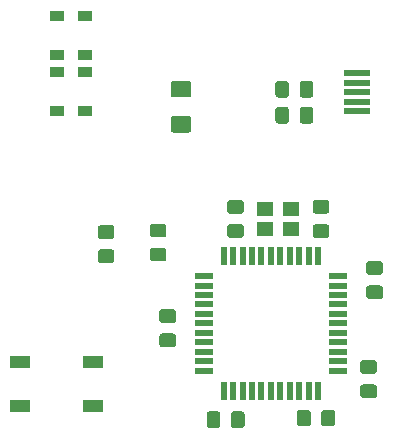
<source format=gbr>
G04 #@! TF.GenerationSoftware,KiCad,Pcbnew,5.1.5*
G04 #@! TF.CreationDate,2020-01-27T21:51:43-06:00*
G04 #@! TF.ProjectId,pcbtut,70636274-7574-42e6-9b69-6361645f7063,rev?*
G04 #@! TF.SameCoordinates,Original*
G04 #@! TF.FileFunction,Paste,Bot*
G04 #@! TF.FilePolarity,Positive*
%FSLAX46Y46*%
G04 Gerber Fmt 4.6, Leading zero omitted, Abs format (unit mm)*
G04 Created by KiCad (PCBNEW 5.1.5) date 2020-01-27 21:51:43*
%MOMM*%
%LPD*%
G04 APERTURE LIST*
%ADD10R,1.400000X1.200000*%
%ADD11R,2.250000X0.500000*%
%ADD12R,0.550000X1.500000*%
%ADD13R,1.500000X0.550000*%
%ADD14R,1.800000X1.100000*%
%ADD15C,0.100000*%
%ADD16R,1.200000X0.900000*%
G04 APERTURE END LIST*
D10*
X178626000Y-129745000D03*
X176426000Y-129745000D03*
X176426000Y-131445000D03*
X178626000Y-131445000D03*
D11*
X184150000Y-118256000D03*
X184150000Y-119056000D03*
X184150000Y-119856000D03*
X184150000Y-120656000D03*
X184150000Y-121456000D03*
D12*
X172894000Y-145114000D03*
X173694000Y-145114000D03*
X174494000Y-145114000D03*
X175294000Y-145114000D03*
X176094000Y-145114000D03*
X176894000Y-145114000D03*
X177694000Y-145114000D03*
X178494000Y-145114000D03*
X179294000Y-145114000D03*
X180094000Y-145114000D03*
X180894000Y-145114000D03*
D13*
X182594000Y-143414000D03*
X182594000Y-142614000D03*
X182594000Y-141814000D03*
X182594000Y-141014000D03*
X182594000Y-140214000D03*
X182594000Y-139414000D03*
X182594000Y-138614000D03*
X182594000Y-137814000D03*
X182594000Y-137014000D03*
X182594000Y-136214000D03*
X182594000Y-135414000D03*
D12*
X180894000Y-133714000D03*
X180094000Y-133714000D03*
X179294000Y-133714000D03*
X178494000Y-133714000D03*
X177694000Y-133714000D03*
X176894000Y-133714000D03*
X176094000Y-133714000D03*
X175294000Y-133714000D03*
X174494000Y-133714000D03*
X173694000Y-133714000D03*
X172894000Y-133714000D03*
D13*
X171194000Y-135414000D03*
X171194000Y-136214000D03*
X171194000Y-137014000D03*
X171194000Y-137814000D03*
X171194000Y-138614000D03*
X171194000Y-139414000D03*
X171194000Y-140214000D03*
X171194000Y-141014000D03*
X171194000Y-141814000D03*
X171194000Y-142614000D03*
X171194000Y-143414000D03*
D14*
X161850000Y-142676000D03*
X155650000Y-146376000D03*
X161850000Y-146376000D03*
X155650000Y-142676000D03*
D15*
G36*
X185640505Y-142537204D02*
G01*
X185664773Y-142540804D01*
X185688572Y-142546765D01*
X185711671Y-142555030D01*
X185733850Y-142565520D01*
X185754893Y-142578132D01*
X185774599Y-142592747D01*
X185792777Y-142609223D01*
X185809253Y-142627401D01*
X185823868Y-142647107D01*
X185836480Y-142668150D01*
X185846970Y-142690329D01*
X185855235Y-142713428D01*
X185861196Y-142737227D01*
X185864796Y-142761495D01*
X185866000Y-142785999D01*
X185866000Y-143436001D01*
X185864796Y-143460505D01*
X185861196Y-143484773D01*
X185855235Y-143508572D01*
X185846970Y-143531671D01*
X185836480Y-143553850D01*
X185823868Y-143574893D01*
X185809253Y-143594599D01*
X185792777Y-143612777D01*
X185774599Y-143629253D01*
X185754893Y-143643868D01*
X185733850Y-143656480D01*
X185711671Y-143666970D01*
X185688572Y-143675235D01*
X185664773Y-143681196D01*
X185640505Y-143684796D01*
X185616001Y-143686000D01*
X184715999Y-143686000D01*
X184691495Y-143684796D01*
X184667227Y-143681196D01*
X184643428Y-143675235D01*
X184620329Y-143666970D01*
X184598150Y-143656480D01*
X184577107Y-143643868D01*
X184557401Y-143629253D01*
X184539223Y-143612777D01*
X184522747Y-143594599D01*
X184508132Y-143574893D01*
X184495520Y-143553850D01*
X184485030Y-143531671D01*
X184476765Y-143508572D01*
X184470804Y-143484773D01*
X184467204Y-143460505D01*
X184466000Y-143436001D01*
X184466000Y-142785999D01*
X184467204Y-142761495D01*
X184470804Y-142737227D01*
X184476765Y-142713428D01*
X184485030Y-142690329D01*
X184495520Y-142668150D01*
X184508132Y-142647107D01*
X184522747Y-142627401D01*
X184539223Y-142609223D01*
X184557401Y-142592747D01*
X184577107Y-142578132D01*
X184598150Y-142565520D01*
X184620329Y-142555030D01*
X184643428Y-142546765D01*
X184667227Y-142540804D01*
X184691495Y-142537204D01*
X184715999Y-142536000D01*
X185616001Y-142536000D01*
X185640505Y-142537204D01*
G37*
G36*
X185640505Y-144587204D02*
G01*
X185664773Y-144590804D01*
X185688572Y-144596765D01*
X185711671Y-144605030D01*
X185733850Y-144615520D01*
X185754893Y-144628132D01*
X185774599Y-144642747D01*
X185792777Y-144659223D01*
X185809253Y-144677401D01*
X185823868Y-144697107D01*
X185836480Y-144718150D01*
X185846970Y-144740329D01*
X185855235Y-144763428D01*
X185861196Y-144787227D01*
X185864796Y-144811495D01*
X185866000Y-144835999D01*
X185866000Y-145486001D01*
X185864796Y-145510505D01*
X185861196Y-145534773D01*
X185855235Y-145558572D01*
X185846970Y-145581671D01*
X185836480Y-145603850D01*
X185823868Y-145624893D01*
X185809253Y-145644599D01*
X185792777Y-145662777D01*
X185774599Y-145679253D01*
X185754893Y-145693868D01*
X185733850Y-145706480D01*
X185711671Y-145716970D01*
X185688572Y-145725235D01*
X185664773Y-145731196D01*
X185640505Y-145734796D01*
X185616001Y-145736000D01*
X184715999Y-145736000D01*
X184691495Y-145734796D01*
X184667227Y-145731196D01*
X184643428Y-145725235D01*
X184620329Y-145716970D01*
X184598150Y-145706480D01*
X184577107Y-145693868D01*
X184557401Y-145679253D01*
X184539223Y-145662777D01*
X184522747Y-145644599D01*
X184508132Y-145624893D01*
X184495520Y-145603850D01*
X184485030Y-145581671D01*
X184476765Y-145558572D01*
X184470804Y-145534773D01*
X184467204Y-145510505D01*
X184466000Y-145486001D01*
X184466000Y-144835999D01*
X184467204Y-144811495D01*
X184470804Y-144787227D01*
X184476765Y-144763428D01*
X184485030Y-144740329D01*
X184495520Y-144718150D01*
X184508132Y-144697107D01*
X184522747Y-144677401D01*
X184539223Y-144659223D01*
X184557401Y-144642747D01*
X184577107Y-144628132D01*
X184598150Y-144615520D01*
X184620329Y-144605030D01*
X184643428Y-144596765D01*
X184667227Y-144590804D01*
X184691495Y-144587204D01*
X184715999Y-144586000D01*
X185616001Y-144586000D01*
X185640505Y-144587204D01*
G37*
G36*
X163415505Y-133157204D02*
G01*
X163439773Y-133160804D01*
X163463572Y-133166765D01*
X163486671Y-133175030D01*
X163508850Y-133185520D01*
X163529893Y-133198132D01*
X163549599Y-133212747D01*
X163567777Y-133229223D01*
X163584253Y-133247401D01*
X163598868Y-133267107D01*
X163611480Y-133288150D01*
X163621970Y-133310329D01*
X163630235Y-133333428D01*
X163636196Y-133357227D01*
X163639796Y-133381495D01*
X163641000Y-133405999D01*
X163641000Y-134056001D01*
X163639796Y-134080505D01*
X163636196Y-134104773D01*
X163630235Y-134128572D01*
X163621970Y-134151671D01*
X163611480Y-134173850D01*
X163598868Y-134194893D01*
X163584253Y-134214599D01*
X163567777Y-134232777D01*
X163549599Y-134249253D01*
X163529893Y-134263868D01*
X163508850Y-134276480D01*
X163486671Y-134286970D01*
X163463572Y-134295235D01*
X163439773Y-134301196D01*
X163415505Y-134304796D01*
X163391001Y-134306000D01*
X162490999Y-134306000D01*
X162466495Y-134304796D01*
X162442227Y-134301196D01*
X162418428Y-134295235D01*
X162395329Y-134286970D01*
X162373150Y-134276480D01*
X162352107Y-134263868D01*
X162332401Y-134249253D01*
X162314223Y-134232777D01*
X162297747Y-134214599D01*
X162283132Y-134194893D01*
X162270520Y-134173850D01*
X162260030Y-134151671D01*
X162251765Y-134128572D01*
X162245804Y-134104773D01*
X162242204Y-134080505D01*
X162241000Y-134056001D01*
X162241000Y-133405999D01*
X162242204Y-133381495D01*
X162245804Y-133357227D01*
X162251765Y-133333428D01*
X162260030Y-133310329D01*
X162270520Y-133288150D01*
X162283132Y-133267107D01*
X162297747Y-133247401D01*
X162314223Y-133229223D01*
X162332401Y-133212747D01*
X162352107Y-133198132D01*
X162373150Y-133185520D01*
X162395329Y-133175030D01*
X162418428Y-133166765D01*
X162442227Y-133160804D01*
X162466495Y-133157204D01*
X162490999Y-133156000D01*
X163391001Y-133156000D01*
X163415505Y-133157204D01*
G37*
G36*
X163415505Y-131107204D02*
G01*
X163439773Y-131110804D01*
X163463572Y-131116765D01*
X163486671Y-131125030D01*
X163508850Y-131135520D01*
X163529893Y-131148132D01*
X163549599Y-131162747D01*
X163567777Y-131179223D01*
X163584253Y-131197401D01*
X163598868Y-131217107D01*
X163611480Y-131238150D01*
X163621970Y-131260329D01*
X163630235Y-131283428D01*
X163636196Y-131307227D01*
X163639796Y-131331495D01*
X163641000Y-131355999D01*
X163641000Y-132006001D01*
X163639796Y-132030505D01*
X163636196Y-132054773D01*
X163630235Y-132078572D01*
X163621970Y-132101671D01*
X163611480Y-132123850D01*
X163598868Y-132144893D01*
X163584253Y-132164599D01*
X163567777Y-132182777D01*
X163549599Y-132199253D01*
X163529893Y-132213868D01*
X163508850Y-132226480D01*
X163486671Y-132236970D01*
X163463572Y-132245235D01*
X163439773Y-132251196D01*
X163415505Y-132254796D01*
X163391001Y-132256000D01*
X162490999Y-132256000D01*
X162466495Y-132254796D01*
X162442227Y-132251196D01*
X162418428Y-132245235D01*
X162395329Y-132236970D01*
X162373150Y-132226480D01*
X162352107Y-132213868D01*
X162332401Y-132199253D01*
X162314223Y-132182777D01*
X162297747Y-132164599D01*
X162283132Y-132144893D01*
X162270520Y-132123850D01*
X162260030Y-132101671D01*
X162251765Y-132078572D01*
X162245804Y-132054773D01*
X162242204Y-132030505D01*
X162241000Y-132006001D01*
X162241000Y-131355999D01*
X162242204Y-131331495D01*
X162245804Y-131307227D01*
X162251765Y-131283428D01*
X162260030Y-131260329D01*
X162270520Y-131238150D01*
X162283132Y-131217107D01*
X162297747Y-131197401D01*
X162314223Y-131179223D01*
X162332401Y-131162747D01*
X162352107Y-131148132D01*
X162373150Y-131135520D01*
X162395329Y-131125030D01*
X162418428Y-131116765D01*
X162442227Y-131110804D01*
X162466495Y-131107204D01*
X162490999Y-131106000D01*
X163391001Y-131106000D01*
X163415505Y-131107204D01*
G37*
G36*
X180249505Y-121101204D02*
G01*
X180273773Y-121104804D01*
X180297572Y-121110765D01*
X180320671Y-121119030D01*
X180342850Y-121129520D01*
X180363893Y-121142132D01*
X180383599Y-121156747D01*
X180401777Y-121173223D01*
X180418253Y-121191401D01*
X180432868Y-121211107D01*
X180445480Y-121232150D01*
X180455970Y-121254329D01*
X180464235Y-121277428D01*
X180470196Y-121301227D01*
X180473796Y-121325495D01*
X180475000Y-121349999D01*
X180475000Y-122250001D01*
X180473796Y-122274505D01*
X180470196Y-122298773D01*
X180464235Y-122322572D01*
X180455970Y-122345671D01*
X180445480Y-122367850D01*
X180432868Y-122388893D01*
X180418253Y-122408599D01*
X180401777Y-122426777D01*
X180383599Y-122443253D01*
X180363893Y-122457868D01*
X180342850Y-122470480D01*
X180320671Y-122480970D01*
X180297572Y-122489235D01*
X180273773Y-122495196D01*
X180249505Y-122498796D01*
X180225001Y-122500000D01*
X179574999Y-122500000D01*
X179550495Y-122498796D01*
X179526227Y-122495196D01*
X179502428Y-122489235D01*
X179479329Y-122480970D01*
X179457150Y-122470480D01*
X179436107Y-122457868D01*
X179416401Y-122443253D01*
X179398223Y-122426777D01*
X179381747Y-122408599D01*
X179367132Y-122388893D01*
X179354520Y-122367850D01*
X179344030Y-122345671D01*
X179335765Y-122322572D01*
X179329804Y-122298773D01*
X179326204Y-122274505D01*
X179325000Y-122250001D01*
X179325000Y-121349999D01*
X179326204Y-121325495D01*
X179329804Y-121301227D01*
X179335765Y-121277428D01*
X179344030Y-121254329D01*
X179354520Y-121232150D01*
X179367132Y-121211107D01*
X179381747Y-121191401D01*
X179398223Y-121173223D01*
X179416401Y-121156747D01*
X179436107Y-121142132D01*
X179457150Y-121129520D01*
X179479329Y-121119030D01*
X179502428Y-121110765D01*
X179526227Y-121104804D01*
X179550495Y-121101204D01*
X179574999Y-121100000D01*
X180225001Y-121100000D01*
X180249505Y-121101204D01*
G37*
G36*
X178199505Y-121101204D02*
G01*
X178223773Y-121104804D01*
X178247572Y-121110765D01*
X178270671Y-121119030D01*
X178292850Y-121129520D01*
X178313893Y-121142132D01*
X178333599Y-121156747D01*
X178351777Y-121173223D01*
X178368253Y-121191401D01*
X178382868Y-121211107D01*
X178395480Y-121232150D01*
X178405970Y-121254329D01*
X178414235Y-121277428D01*
X178420196Y-121301227D01*
X178423796Y-121325495D01*
X178425000Y-121349999D01*
X178425000Y-122250001D01*
X178423796Y-122274505D01*
X178420196Y-122298773D01*
X178414235Y-122322572D01*
X178405970Y-122345671D01*
X178395480Y-122367850D01*
X178382868Y-122388893D01*
X178368253Y-122408599D01*
X178351777Y-122426777D01*
X178333599Y-122443253D01*
X178313893Y-122457868D01*
X178292850Y-122470480D01*
X178270671Y-122480970D01*
X178247572Y-122489235D01*
X178223773Y-122495196D01*
X178199505Y-122498796D01*
X178175001Y-122500000D01*
X177524999Y-122500000D01*
X177500495Y-122498796D01*
X177476227Y-122495196D01*
X177452428Y-122489235D01*
X177429329Y-122480970D01*
X177407150Y-122470480D01*
X177386107Y-122457868D01*
X177366401Y-122443253D01*
X177348223Y-122426777D01*
X177331747Y-122408599D01*
X177317132Y-122388893D01*
X177304520Y-122367850D01*
X177294030Y-122345671D01*
X177285765Y-122322572D01*
X177279804Y-122298773D01*
X177276204Y-122274505D01*
X177275000Y-122250001D01*
X177275000Y-121349999D01*
X177276204Y-121325495D01*
X177279804Y-121301227D01*
X177285765Y-121277428D01*
X177294030Y-121254329D01*
X177304520Y-121232150D01*
X177317132Y-121211107D01*
X177331747Y-121191401D01*
X177348223Y-121173223D01*
X177366401Y-121156747D01*
X177386107Y-121142132D01*
X177407150Y-121129520D01*
X177429329Y-121119030D01*
X177452428Y-121110765D01*
X177476227Y-121104804D01*
X177500495Y-121101204D01*
X177524999Y-121100000D01*
X178175001Y-121100000D01*
X178199505Y-121101204D01*
G37*
G36*
X180249505Y-118901204D02*
G01*
X180273773Y-118904804D01*
X180297572Y-118910765D01*
X180320671Y-118919030D01*
X180342850Y-118929520D01*
X180363893Y-118942132D01*
X180383599Y-118956747D01*
X180401777Y-118973223D01*
X180418253Y-118991401D01*
X180432868Y-119011107D01*
X180445480Y-119032150D01*
X180455970Y-119054329D01*
X180464235Y-119077428D01*
X180470196Y-119101227D01*
X180473796Y-119125495D01*
X180475000Y-119149999D01*
X180475000Y-120050001D01*
X180473796Y-120074505D01*
X180470196Y-120098773D01*
X180464235Y-120122572D01*
X180455970Y-120145671D01*
X180445480Y-120167850D01*
X180432868Y-120188893D01*
X180418253Y-120208599D01*
X180401777Y-120226777D01*
X180383599Y-120243253D01*
X180363893Y-120257868D01*
X180342850Y-120270480D01*
X180320671Y-120280970D01*
X180297572Y-120289235D01*
X180273773Y-120295196D01*
X180249505Y-120298796D01*
X180225001Y-120300000D01*
X179574999Y-120300000D01*
X179550495Y-120298796D01*
X179526227Y-120295196D01*
X179502428Y-120289235D01*
X179479329Y-120280970D01*
X179457150Y-120270480D01*
X179436107Y-120257868D01*
X179416401Y-120243253D01*
X179398223Y-120226777D01*
X179381747Y-120208599D01*
X179367132Y-120188893D01*
X179354520Y-120167850D01*
X179344030Y-120145671D01*
X179335765Y-120122572D01*
X179329804Y-120098773D01*
X179326204Y-120074505D01*
X179325000Y-120050001D01*
X179325000Y-119149999D01*
X179326204Y-119125495D01*
X179329804Y-119101227D01*
X179335765Y-119077428D01*
X179344030Y-119054329D01*
X179354520Y-119032150D01*
X179367132Y-119011107D01*
X179381747Y-118991401D01*
X179398223Y-118973223D01*
X179416401Y-118956747D01*
X179436107Y-118942132D01*
X179457150Y-118929520D01*
X179479329Y-118919030D01*
X179502428Y-118910765D01*
X179526227Y-118904804D01*
X179550495Y-118901204D01*
X179574999Y-118900000D01*
X180225001Y-118900000D01*
X180249505Y-118901204D01*
G37*
G36*
X178199505Y-118901204D02*
G01*
X178223773Y-118904804D01*
X178247572Y-118910765D01*
X178270671Y-118919030D01*
X178292850Y-118929520D01*
X178313893Y-118942132D01*
X178333599Y-118956747D01*
X178351777Y-118973223D01*
X178368253Y-118991401D01*
X178382868Y-119011107D01*
X178395480Y-119032150D01*
X178405970Y-119054329D01*
X178414235Y-119077428D01*
X178420196Y-119101227D01*
X178423796Y-119125495D01*
X178425000Y-119149999D01*
X178425000Y-120050001D01*
X178423796Y-120074505D01*
X178420196Y-120098773D01*
X178414235Y-120122572D01*
X178405970Y-120145671D01*
X178395480Y-120167850D01*
X178382868Y-120188893D01*
X178368253Y-120208599D01*
X178351777Y-120226777D01*
X178333599Y-120243253D01*
X178313893Y-120257868D01*
X178292850Y-120270480D01*
X178270671Y-120280970D01*
X178247572Y-120289235D01*
X178223773Y-120295196D01*
X178199505Y-120298796D01*
X178175001Y-120300000D01*
X177524999Y-120300000D01*
X177500495Y-120298796D01*
X177476227Y-120295196D01*
X177452428Y-120289235D01*
X177429329Y-120280970D01*
X177407150Y-120270480D01*
X177386107Y-120257868D01*
X177366401Y-120243253D01*
X177348223Y-120226777D01*
X177331747Y-120208599D01*
X177317132Y-120188893D01*
X177304520Y-120167850D01*
X177294030Y-120145671D01*
X177285765Y-120122572D01*
X177279804Y-120098773D01*
X177276204Y-120074505D01*
X177275000Y-120050001D01*
X177275000Y-119149999D01*
X177276204Y-119125495D01*
X177279804Y-119101227D01*
X177285765Y-119077428D01*
X177294030Y-119054329D01*
X177304520Y-119032150D01*
X177317132Y-119011107D01*
X177331747Y-118991401D01*
X177348223Y-118973223D01*
X177366401Y-118956747D01*
X177386107Y-118942132D01*
X177407150Y-118929520D01*
X177429329Y-118919030D01*
X177452428Y-118910765D01*
X177476227Y-118904804D01*
X177500495Y-118901204D01*
X177524999Y-118900000D01*
X178175001Y-118900000D01*
X178199505Y-118901204D01*
G37*
G36*
X169940504Y-118869204D02*
G01*
X169964773Y-118872804D01*
X169988571Y-118878765D01*
X170011671Y-118887030D01*
X170033849Y-118897520D01*
X170054893Y-118910133D01*
X170074598Y-118924747D01*
X170092777Y-118941223D01*
X170109253Y-118959402D01*
X170123867Y-118979107D01*
X170136480Y-119000151D01*
X170146970Y-119022329D01*
X170155235Y-119045429D01*
X170161196Y-119069227D01*
X170164796Y-119093496D01*
X170166000Y-119118000D01*
X170166000Y-120043000D01*
X170164796Y-120067504D01*
X170161196Y-120091773D01*
X170155235Y-120115571D01*
X170146970Y-120138671D01*
X170136480Y-120160849D01*
X170123867Y-120181893D01*
X170109253Y-120201598D01*
X170092777Y-120219777D01*
X170074598Y-120236253D01*
X170054893Y-120250867D01*
X170033849Y-120263480D01*
X170011671Y-120273970D01*
X169988571Y-120282235D01*
X169964773Y-120288196D01*
X169940504Y-120291796D01*
X169916000Y-120293000D01*
X168666000Y-120293000D01*
X168641496Y-120291796D01*
X168617227Y-120288196D01*
X168593429Y-120282235D01*
X168570329Y-120273970D01*
X168548151Y-120263480D01*
X168527107Y-120250867D01*
X168507402Y-120236253D01*
X168489223Y-120219777D01*
X168472747Y-120201598D01*
X168458133Y-120181893D01*
X168445520Y-120160849D01*
X168435030Y-120138671D01*
X168426765Y-120115571D01*
X168420804Y-120091773D01*
X168417204Y-120067504D01*
X168416000Y-120043000D01*
X168416000Y-119118000D01*
X168417204Y-119093496D01*
X168420804Y-119069227D01*
X168426765Y-119045429D01*
X168435030Y-119022329D01*
X168445520Y-119000151D01*
X168458133Y-118979107D01*
X168472747Y-118959402D01*
X168489223Y-118941223D01*
X168507402Y-118924747D01*
X168527107Y-118910133D01*
X168548151Y-118897520D01*
X168570329Y-118887030D01*
X168593429Y-118878765D01*
X168617227Y-118872804D01*
X168641496Y-118869204D01*
X168666000Y-118868000D01*
X169916000Y-118868000D01*
X169940504Y-118869204D01*
G37*
G36*
X169940504Y-121844204D02*
G01*
X169964773Y-121847804D01*
X169988571Y-121853765D01*
X170011671Y-121862030D01*
X170033849Y-121872520D01*
X170054893Y-121885133D01*
X170074598Y-121899747D01*
X170092777Y-121916223D01*
X170109253Y-121934402D01*
X170123867Y-121954107D01*
X170136480Y-121975151D01*
X170146970Y-121997329D01*
X170155235Y-122020429D01*
X170161196Y-122044227D01*
X170164796Y-122068496D01*
X170166000Y-122093000D01*
X170166000Y-123018000D01*
X170164796Y-123042504D01*
X170161196Y-123066773D01*
X170155235Y-123090571D01*
X170146970Y-123113671D01*
X170136480Y-123135849D01*
X170123867Y-123156893D01*
X170109253Y-123176598D01*
X170092777Y-123194777D01*
X170074598Y-123211253D01*
X170054893Y-123225867D01*
X170033849Y-123238480D01*
X170011671Y-123248970D01*
X169988571Y-123257235D01*
X169964773Y-123263196D01*
X169940504Y-123266796D01*
X169916000Y-123268000D01*
X168666000Y-123268000D01*
X168641496Y-123266796D01*
X168617227Y-123263196D01*
X168593429Y-123257235D01*
X168570329Y-123248970D01*
X168548151Y-123238480D01*
X168527107Y-123225867D01*
X168507402Y-123211253D01*
X168489223Y-123194777D01*
X168472747Y-123176598D01*
X168458133Y-123156893D01*
X168445520Y-123135849D01*
X168435030Y-123113671D01*
X168426765Y-123090571D01*
X168420804Y-123066773D01*
X168417204Y-123042504D01*
X168416000Y-123018000D01*
X168416000Y-122093000D01*
X168417204Y-122068496D01*
X168420804Y-122044227D01*
X168426765Y-122020429D01*
X168435030Y-121997329D01*
X168445520Y-121975151D01*
X168458133Y-121954107D01*
X168472747Y-121934402D01*
X168489223Y-121916223D01*
X168507402Y-121899747D01*
X168527107Y-121885133D01*
X168548151Y-121872520D01*
X168570329Y-121862030D01*
X168593429Y-121853765D01*
X168617227Y-121847804D01*
X168641496Y-121844204D01*
X168666000Y-121843000D01*
X169916000Y-121843000D01*
X169940504Y-121844204D01*
G37*
D16*
X161163000Y-118111000D03*
X161163000Y-121411000D03*
X161163000Y-113381000D03*
X161163000Y-116681000D03*
X158750000Y-118110000D03*
X158750000Y-121410000D03*
X158750000Y-113381000D03*
X158750000Y-116681000D03*
D15*
G36*
X174443505Y-146875204D02*
G01*
X174467773Y-146878804D01*
X174491572Y-146884765D01*
X174514671Y-146893030D01*
X174536850Y-146903520D01*
X174557893Y-146916132D01*
X174577599Y-146930747D01*
X174595777Y-146947223D01*
X174612253Y-146965401D01*
X174626868Y-146985107D01*
X174639480Y-147006150D01*
X174649970Y-147028329D01*
X174658235Y-147051428D01*
X174664196Y-147075227D01*
X174667796Y-147099495D01*
X174669000Y-147123999D01*
X174669000Y-148024001D01*
X174667796Y-148048505D01*
X174664196Y-148072773D01*
X174658235Y-148096572D01*
X174649970Y-148119671D01*
X174639480Y-148141850D01*
X174626868Y-148162893D01*
X174612253Y-148182599D01*
X174595777Y-148200777D01*
X174577599Y-148217253D01*
X174557893Y-148231868D01*
X174536850Y-148244480D01*
X174514671Y-148254970D01*
X174491572Y-148263235D01*
X174467773Y-148269196D01*
X174443505Y-148272796D01*
X174419001Y-148274000D01*
X173768999Y-148274000D01*
X173744495Y-148272796D01*
X173720227Y-148269196D01*
X173696428Y-148263235D01*
X173673329Y-148254970D01*
X173651150Y-148244480D01*
X173630107Y-148231868D01*
X173610401Y-148217253D01*
X173592223Y-148200777D01*
X173575747Y-148182599D01*
X173561132Y-148162893D01*
X173548520Y-148141850D01*
X173538030Y-148119671D01*
X173529765Y-148096572D01*
X173523804Y-148072773D01*
X173520204Y-148048505D01*
X173519000Y-148024001D01*
X173519000Y-147123999D01*
X173520204Y-147099495D01*
X173523804Y-147075227D01*
X173529765Y-147051428D01*
X173538030Y-147028329D01*
X173548520Y-147006150D01*
X173561132Y-146985107D01*
X173575747Y-146965401D01*
X173592223Y-146947223D01*
X173610401Y-146930747D01*
X173630107Y-146916132D01*
X173651150Y-146903520D01*
X173673329Y-146893030D01*
X173696428Y-146884765D01*
X173720227Y-146878804D01*
X173744495Y-146875204D01*
X173768999Y-146874000D01*
X174419001Y-146874000D01*
X174443505Y-146875204D01*
G37*
G36*
X172393505Y-146875204D02*
G01*
X172417773Y-146878804D01*
X172441572Y-146884765D01*
X172464671Y-146893030D01*
X172486850Y-146903520D01*
X172507893Y-146916132D01*
X172527599Y-146930747D01*
X172545777Y-146947223D01*
X172562253Y-146965401D01*
X172576868Y-146985107D01*
X172589480Y-147006150D01*
X172599970Y-147028329D01*
X172608235Y-147051428D01*
X172614196Y-147075227D01*
X172617796Y-147099495D01*
X172619000Y-147123999D01*
X172619000Y-148024001D01*
X172617796Y-148048505D01*
X172614196Y-148072773D01*
X172608235Y-148096572D01*
X172599970Y-148119671D01*
X172589480Y-148141850D01*
X172576868Y-148162893D01*
X172562253Y-148182599D01*
X172545777Y-148200777D01*
X172527599Y-148217253D01*
X172507893Y-148231868D01*
X172486850Y-148244480D01*
X172464671Y-148254970D01*
X172441572Y-148263235D01*
X172417773Y-148269196D01*
X172393505Y-148272796D01*
X172369001Y-148274000D01*
X171718999Y-148274000D01*
X171694495Y-148272796D01*
X171670227Y-148269196D01*
X171646428Y-148263235D01*
X171623329Y-148254970D01*
X171601150Y-148244480D01*
X171580107Y-148231868D01*
X171560401Y-148217253D01*
X171542223Y-148200777D01*
X171525747Y-148182599D01*
X171511132Y-148162893D01*
X171498520Y-148141850D01*
X171488030Y-148119671D01*
X171479765Y-148096572D01*
X171473804Y-148072773D01*
X171470204Y-148048505D01*
X171469000Y-148024001D01*
X171469000Y-147123999D01*
X171470204Y-147099495D01*
X171473804Y-147075227D01*
X171479765Y-147051428D01*
X171488030Y-147028329D01*
X171498520Y-147006150D01*
X171511132Y-146985107D01*
X171525747Y-146965401D01*
X171542223Y-146947223D01*
X171560401Y-146930747D01*
X171580107Y-146916132D01*
X171601150Y-146903520D01*
X171623329Y-146893030D01*
X171646428Y-146884765D01*
X171670227Y-146878804D01*
X171694495Y-146875204D01*
X171718999Y-146874000D01*
X172369001Y-146874000D01*
X172393505Y-146875204D01*
G37*
G36*
X186148505Y-134155204D02*
G01*
X186172773Y-134158804D01*
X186196572Y-134164765D01*
X186219671Y-134173030D01*
X186241850Y-134183520D01*
X186262893Y-134196132D01*
X186282599Y-134210747D01*
X186300777Y-134227223D01*
X186317253Y-134245401D01*
X186331868Y-134265107D01*
X186344480Y-134286150D01*
X186354970Y-134308329D01*
X186363235Y-134331428D01*
X186369196Y-134355227D01*
X186372796Y-134379495D01*
X186374000Y-134403999D01*
X186374000Y-135054001D01*
X186372796Y-135078505D01*
X186369196Y-135102773D01*
X186363235Y-135126572D01*
X186354970Y-135149671D01*
X186344480Y-135171850D01*
X186331868Y-135192893D01*
X186317253Y-135212599D01*
X186300777Y-135230777D01*
X186282599Y-135247253D01*
X186262893Y-135261868D01*
X186241850Y-135274480D01*
X186219671Y-135284970D01*
X186196572Y-135293235D01*
X186172773Y-135299196D01*
X186148505Y-135302796D01*
X186124001Y-135304000D01*
X185223999Y-135304000D01*
X185199495Y-135302796D01*
X185175227Y-135299196D01*
X185151428Y-135293235D01*
X185128329Y-135284970D01*
X185106150Y-135274480D01*
X185085107Y-135261868D01*
X185065401Y-135247253D01*
X185047223Y-135230777D01*
X185030747Y-135212599D01*
X185016132Y-135192893D01*
X185003520Y-135171850D01*
X184993030Y-135149671D01*
X184984765Y-135126572D01*
X184978804Y-135102773D01*
X184975204Y-135078505D01*
X184974000Y-135054001D01*
X184974000Y-134403999D01*
X184975204Y-134379495D01*
X184978804Y-134355227D01*
X184984765Y-134331428D01*
X184993030Y-134308329D01*
X185003520Y-134286150D01*
X185016132Y-134265107D01*
X185030747Y-134245401D01*
X185047223Y-134227223D01*
X185065401Y-134210747D01*
X185085107Y-134196132D01*
X185106150Y-134183520D01*
X185128329Y-134173030D01*
X185151428Y-134164765D01*
X185175227Y-134158804D01*
X185199495Y-134155204D01*
X185223999Y-134154000D01*
X186124001Y-134154000D01*
X186148505Y-134155204D01*
G37*
G36*
X186148505Y-136205204D02*
G01*
X186172773Y-136208804D01*
X186196572Y-136214765D01*
X186219671Y-136223030D01*
X186241850Y-136233520D01*
X186262893Y-136246132D01*
X186282599Y-136260747D01*
X186300777Y-136277223D01*
X186317253Y-136295401D01*
X186331868Y-136315107D01*
X186344480Y-136336150D01*
X186354970Y-136358329D01*
X186363235Y-136381428D01*
X186369196Y-136405227D01*
X186372796Y-136429495D01*
X186374000Y-136453999D01*
X186374000Y-137104001D01*
X186372796Y-137128505D01*
X186369196Y-137152773D01*
X186363235Y-137176572D01*
X186354970Y-137199671D01*
X186344480Y-137221850D01*
X186331868Y-137242893D01*
X186317253Y-137262599D01*
X186300777Y-137280777D01*
X186282599Y-137297253D01*
X186262893Y-137311868D01*
X186241850Y-137324480D01*
X186219671Y-137334970D01*
X186196572Y-137343235D01*
X186172773Y-137349196D01*
X186148505Y-137352796D01*
X186124001Y-137354000D01*
X185223999Y-137354000D01*
X185199495Y-137352796D01*
X185175227Y-137349196D01*
X185151428Y-137343235D01*
X185128329Y-137334970D01*
X185106150Y-137324480D01*
X185085107Y-137311868D01*
X185065401Y-137297253D01*
X185047223Y-137280777D01*
X185030747Y-137262599D01*
X185016132Y-137242893D01*
X185003520Y-137221850D01*
X184993030Y-137199671D01*
X184984765Y-137176572D01*
X184978804Y-137152773D01*
X184975204Y-137128505D01*
X184974000Y-137104001D01*
X184974000Y-136453999D01*
X184975204Y-136429495D01*
X184978804Y-136405227D01*
X184984765Y-136381428D01*
X184993030Y-136358329D01*
X185003520Y-136336150D01*
X185016132Y-136315107D01*
X185030747Y-136295401D01*
X185047223Y-136277223D01*
X185065401Y-136260747D01*
X185085107Y-136246132D01*
X185106150Y-136233520D01*
X185128329Y-136223030D01*
X185151428Y-136214765D01*
X185175227Y-136208804D01*
X185199495Y-136205204D01*
X185223999Y-136204000D01*
X186124001Y-136204000D01*
X186148505Y-136205204D01*
G37*
G36*
X180036505Y-146748204D02*
G01*
X180060773Y-146751804D01*
X180084572Y-146757765D01*
X180107671Y-146766030D01*
X180129850Y-146776520D01*
X180150893Y-146789132D01*
X180170599Y-146803747D01*
X180188777Y-146820223D01*
X180205253Y-146838401D01*
X180219868Y-146858107D01*
X180232480Y-146879150D01*
X180242970Y-146901329D01*
X180251235Y-146924428D01*
X180257196Y-146948227D01*
X180260796Y-146972495D01*
X180262000Y-146996999D01*
X180262000Y-147897001D01*
X180260796Y-147921505D01*
X180257196Y-147945773D01*
X180251235Y-147969572D01*
X180242970Y-147992671D01*
X180232480Y-148014850D01*
X180219868Y-148035893D01*
X180205253Y-148055599D01*
X180188777Y-148073777D01*
X180170599Y-148090253D01*
X180150893Y-148104868D01*
X180129850Y-148117480D01*
X180107671Y-148127970D01*
X180084572Y-148136235D01*
X180060773Y-148142196D01*
X180036505Y-148145796D01*
X180012001Y-148147000D01*
X179361999Y-148147000D01*
X179337495Y-148145796D01*
X179313227Y-148142196D01*
X179289428Y-148136235D01*
X179266329Y-148127970D01*
X179244150Y-148117480D01*
X179223107Y-148104868D01*
X179203401Y-148090253D01*
X179185223Y-148073777D01*
X179168747Y-148055599D01*
X179154132Y-148035893D01*
X179141520Y-148014850D01*
X179131030Y-147992671D01*
X179122765Y-147969572D01*
X179116804Y-147945773D01*
X179113204Y-147921505D01*
X179112000Y-147897001D01*
X179112000Y-146996999D01*
X179113204Y-146972495D01*
X179116804Y-146948227D01*
X179122765Y-146924428D01*
X179131030Y-146901329D01*
X179141520Y-146879150D01*
X179154132Y-146858107D01*
X179168747Y-146838401D01*
X179185223Y-146820223D01*
X179203401Y-146803747D01*
X179223107Y-146789132D01*
X179244150Y-146776520D01*
X179266329Y-146766030D01*
X179289428Y-146757765D01*
X179313227Y-146751804D01*
X179337495Y-146748204D01*
X179361999Y-146747000D01*
X180012001Y-146747000D01*
X180036505Y-146748204D01*
G37*
G36*
X182086505Y-146748204D02*
G01*
X182110773Y-146751804D01*
X182134572Y-146757765D01*
X182157671Y-146766030D01*
X182179850Y-146776520D01*
X182200893Y-146789132D01*
X182220599Y-146803747D01*
X182238777Y-146820223D01*
X182255253Y-146838401D01*
X182269868Y-146858107D01*
X182282480Y-146879150D01*
X182292970Y-146901329D01*
X182301235Y-146924428D01*
X182307196Y-146948227D01*
X182310796Y-146972495D01*
X182312000Y-146996999D01*
X182312000Y-147897001D01*
X182310796Y-147921505D01*
X182307196Y-147945773D01*
X182301235Y-147969572D01*
X182292970Y-147992671D01*
X182282480Y-148014850D01*
X182269868Y-148035893D01*
X182255253Y-148055599D01*
X182238777Y-148073777D01*
X182220599Y-148090253D01*
X182200893Y-148104868D01*
X182179850Y-148117480D01*
X182157671Y-148127970D01*
X182134572Y-148136235D01*
X182110773Y-148142196D01*
X182086505Y-148145796D01*
X182062001Y-148147000D01*
X181411999Y-148147000D01*
X181387495Y-148145796D01*
X181363227Y-148142196D01*
X181339428Y-148136235D01*
X181316329Y-148127970D01*
X181294150Y-148117480D01*
X181273107Y-148104868D01*
X181253401Y-148090253D01*
X181235223Y-148073777D01*
X181218747Y-148055599D01*
X181204132Y-148035893D01*
X181191520Y-148014850D01*
X181181030Y-147992671D01*
X181172765Y-147969572D01*
X181166804Y-147945773D01*
X181163204Y-147921505D01*
X181162000Y-147897001D01*
X181162000Y-146996999D01*
X181163204Y-146972495D01*
X181166804Y-146948227D01*
X181172765Y-146924428D01*
X181181030Y-146901329D01*
X181191520Y-146879150D01*
X181204132Y-146858107D01*
X181218747Y-146838401D01*
X181235223Y-146820223D01*
X181253401Y-146803747D01*
X181273107Y-146789132D01*
X181294150Y-146776520D01*
X181316329Y-146766030D01*
X181339428Y-146757765D01*
X181363227Y-146751804D01*
X181387495Y-146748204D01*
X181411999Y-146747000D01*
X182062001Y-146747000D01*
X182086505Y-146748204D01*
G37*
G36*
X167828505Y-133030204D02*
G01*
X167852773Y-133033804D01*
X167876572Y-133039765D01*
X167899671Y-133048030D01*
X167921850Y-133058520D01*
X167942893Y-133071132D01*
X167962599Y-133085747D01*
X167980777Y-133102223D01*
X167997253Y-133120401D01*
X168011868Y-133140107D01*
X168024480Y-133161150D01*
X168034970Y-133183329D01*
X168043235Y-133206428D01*
X168049196Y-133230227D01*
X168052796Y-133254495D01*
X168054000Y-133278999D01*
X168054000Y-133929001D01*
X168052796Y-133953505D01*
X168049196Y-133977773D01*
X168043235Y-134001572D01*
X168034970Y-134024671D01*
X168024480Y-134046850D01*
X168011868Y-134067893D01*
X167997253Y-134087599D01*
X167980777Y-134105777D01*
X167962599Y-134122253D01*
X167942893Y-134136868D01*
X167921850Y-134149480D01*
X167899671Y-134159970D01*
X167876572Y-134168235D01*
X167852773Y-134174196D01*
X167828505Y-134177796D01*
X167804001Y-134179000D01*
X166903999Y-134179000D01*
X166879495Y-134177796D01*
X166855227Y-134174196D01*
X166831428Y-134168235D01*
X166808329Y-134159970D01*
X166786150Y-134149480D01*
X166765107Y-134136868D01*
X166745401Y-134122253D01*
X166727223Y-134105777D01*
X166710747Y-134087599D01*
X166696132Y-134067893D01*
X166683520Y-134046850D01*
X166673030Y-134024671D01*
X166664765Y-134001572D01*
X166658804Y-133977773D01*
X166655204Y-133953505D01*
X166654000Y-133929001D01*
X166654000Y-133278999D01*
X166655204Y-133254495D01*
X166658804Y-133230227D01*
X166664765Y-133206428D01*
X166673030Y-133183329D01*
X166683520Y-133161150D01*
X166696132Y-133140107D01*
X166710747Y-133120401D01*
X166727223Y-133102223D01*
X166745401Y-133085747D01*
X166765107Y-133071132D01*
X166786150Y-133058520D01*
X166808329Y-133048030D01*
X166831428Y-133039765D01*
X166855227Y-133033804D01*
X166879495Y-133030204D01*
X166903999Y-133029000D01*
X167804001Y-133029000D01*
X167828505Y-133030204D01*
G37*
G36*
X167828505Y-130980204D02*
G01*
X167852773Y-130983804D01*
X167876572Y-130989765D01*
X167899671Y-130998030D01*
X167921850Y-131008520D01*
X167942893Y-131021132D01*
X167962599Y-131035747D01*
X167980777Y-131052223D01*
X167997253Y-131070401D01*
X168011868Y-131090107D01*
X168024480Y-131111150D01*
X168034970Y-131133329D01*
X168043235Y-131156428D01*
X168049196Y-131180227D01*
X168052796Y-131204495D01*
X168054000Y-131228999D01*
X168054000Y-131879001D01*
X168052796Y-131903505D01*
X168049196Y-131927773D01*
X168043235Y-131951572D01*
X168034970Y-131974671D01*
X168024480Y-131996850D01*
X168011868Y-132017893D01*
X167997253Y-132037599D01*
X167980777Y-132055777D01*
X167962599Y-132072253D01*
X167942893Y-132086868D01*
X167921850Y-132099480D01*
X167899671Y-132109970D01*
X167876572Y-132118235D01*
X167852773Y-132124196D01*
X167828505Y-132127796D01*
X167804001Y-132129000D01*
X166903999Y-132129000D01*
X166879495Y-132127796D01*
X166855227Y-132124196D01*
X166831428Y-132118235D01*
X166808329Y-132109970D01*
X166786150Y-132099480D01*
X166765107Y-132086868D01*
X166745401Y-132072253D01*
X166727223Y-132055777D01*
X166710747Y-132037599D01*
X166696132Y-132017893D01*
X166683520Y-131996850D01*
X166673030Y-131974671D01*
X166664765Y-131951572D01*
X166658804Y-131927773D01*
X166655204Y-131903505D01*
X166654000Y-131879001D01*
X166654000Y-131228999D01*
X166655204Y-131204495D01*
X166658804Y-131180227D01*
X166664765Y-131156428D01*
X166673030Y-131133329D01*
X166683520Y-131111150D01*
X166696132Y-131090107D01*
X166710747Y-131070401D01*
X166727223Y-131052223D01*
X166745401Y-131035747D01*
X166765107Y-131021132D01*
X166786150Y-131008520D01*
X166808329Y-130998030D01*
X166831428Y-130989765D01*
X166855227Y-130983804D01*
X166879495Y-130980204D01*
X166903999Y-130979000D01*
X167804001Y-130979000D01*
X167828505Y-130980204D01*
G37*
G36*
X168622505Y-140278204D02*
G01*
X168646773Y-140281804D01*
X168670572Y-140287765D01*
X168693671Y-140296030D01*
X168715850Y-140306520D01*
X168736893Y-140319132D01*
X168756599Y-140333747D01*
X168774777Y-140350223D01*
X168791253Y-140368401D01*
X168805868Y-140388107D01*
X168818480Y-140409150D01*
X168828970Y-140431329D01*
X168837235Y-140454428D01*
X168843196Y-140478227D01*
X168846796Y-140502495D01*
X168848000Y-140526999D01*
X168848000Y-141177001D01*
X168846796Y-141201505D01*
X168843196Y-141225773D01*
X168837235Y-141249572D01*
X168828970Y-141272671D01*
X168818480Y-141294850D01*
X168805868Y-141315893D01*
X168791253Y-141335599D01*
X168774777Y-141353777D01*
X168756599Y-141370253D01*
X168736893Y-141384868D01*
X168715850Y-141397480D01*
X168693671Y-141407970D01*
X168670572Y-141416235D01*
X168646773Y-141422196D01*
X168622505Y-141425796D01*
X168598001Y-141427000D01*
X167697999Y-141427000D01*
X167673495Y-141425796D01*
X167649227Y-141422196D01*
X167625428Y-141416235D01*
X167602329Y-141407970D01*
X167580150Y-141397480D01*
X167559107Y-141384868D01*
X167539401Y-141370253D01*
X167521223Y-141353777D01*
X167504747Y-141335599D01*
X167490132Y-141315893D01*
X167477520Y-141294850D01*
X167467030Y-141272671D01*
X167458765Y-141249572D01*
X167452804Y-141225773D01*
X167449204Y-141201505D01*
X167448000Y-141177001D01*
X167448000Y-140526999D01*
X167449204Y-140502495D01*
X167452804Y-140478227D01*
X167458765Y-140454428D01*
X167467030Y-140431329D01*
X167477520Y-140409150D01*
X167490132Y-140388107D01*
X167504747Y-140368401D01*
X167521223Y-140350223D01*
X167539401Y-140333747D01*
X167559107Y-140319132D01*
X167580150Y-140306520D01*
X167602329Y-140296030D01*
X167625428Y-140287765D01*
X167649227Y-140281804D01*
X167673495Y-140278204D01*
X167697999Y-140277000D01*
X168598001Y-140277000D01*
X168622505Y-140278204D01*
G37*
G36*
X168622505Y-138228204D02*
G01*
X168646773Y-138231804D01*
X168670572Y-138237765D01*
X168693671Y-138246030D01*
X168715850Y-138256520D01*
X168736893Y-138269132D01*
X168756599Y-138283747D01*
X168774777Y-138300223D01*
X168791253Y-138318401D01*
X168805868Y-138338107D01*
X168818480Y-138359150D01*
X168828970Y-138381329D01*
X168837235Y-138404428D01*
X168843196Y-138428227D01*
X168846796Y-138452495D01*
X168848000Y-138476999D01*
X168848000Y-139127001D01*
X168846796Y-139151505D01*
X168843196Y-139175773D01*
X168837235Y-139199572D01*
X168828970Y-139222671D01*
X168818480Y-139244850D01*
X168805868Y-139265893D01*
X168791253Y-139285599D01*
X168774777Y-139303777D01*
X168756599Y-139320253D01*
X168736893Y-139334868D01*
X168715850Y-139347480D01*
X168693671Y-139357970D01*
X168670572Y-139366235D01*
X168646773Y-139372196D01*
X168622505Y-139375796D01*
X168598001Y-139377000D01*
X167697999Y-139377000D01*
X167673495Y-139375796D01*
X167649227Y-139372196D01*
X167625428Y-139366235D01*
X167602329Y-139357970D01*
X167580150Y-139347480D01*
X167559107Y-139334868D01*
X167539401Y-139320253D01*
X167521223Y-139303777D01*
X167504747Y-139285599D01*
X167490132Y-139265893D01*
X167477520Y-139244850D01*
X167467030Y-139222671D01*
X167458765Y-139199572D01*
X167452804Y-139175773D01*
X167449204Y-139151505D01*
X167448000Y-139127001D01*
X167448000Y-138476999D01*
X167449204Y-138452495D01*
X167452804Y-138428227D01*
X167458765Y-138404428D01*
X167467030Y-138381329D01*
X167477520Y-138359150D01*
X167490132Y-138338107D01*
X167504747Y-138318401D01*
X167521223Y-138300223D01*
X167539401Y-138283747D01*
X167559107Y-138269132D01*
X167580150Y-138256520D01*
X167602329Y-138246030D01*
X167625428Y-138237765D01*
X167649227Y-138231804D01*
X167673495Y-138228204D01*
X167697999Y-138227000D01*
X168598001Y-138227000D01*
X168622505Y-138228204D01*
G37*
G36*
X174369505Y-131030204D02*
G01*
X174393773Y-131033804D01*
X174417572Y-131039765D01*
X174440671Y-131048030D01*
X174462850Y-131058520D01*
X174483893Y-131071132D01*
X174503599Y-131085747D01*
X174521777Y-131102223D01*
X174538253Y-131120401D01*
X174552868Y-131140107D01*
X174565480Y-131161150D01*
X174575970Y-131183329D01*
X174584235Y-131206428D01*
X174590196Y-131230227D01*
X174593796Y-131254495D01*
X174595000Y-131278999D01*
X174595000Y-131929001D01*
X174593796Y-131953505D01*
X174590196Y-131977773D01*
X174584235Y-132001572D01*
X174575970Y-132024671D01*
X174565480Y-132046850D01*
X174552868Y-132067893D01*
X174538253Y-132087599D01*
X174521777Y-132105777D01*
X174503599Y-132122253D01*
X174483893Y-132136868D01*
X174462850Y-132149480D01*
X174440671Y-132159970D01*
X174417572Y-132168235D01*
X174393773Y-132174196D01*
X174369505Y-132177796D01*
X174345001Y-132179000D01*
X173444999Y-132179000D01*
X173420495Y-132177796D01*
X173396227Y-132174196D01*
X173372428Y-132168235D01*
X173349329Y-132159970D01*
X173327150Y-132149480D01*
X173306107Y-132136868D01*
X173286401Y-132122253D01*
X173268223Y-132105777D01*
X173251747Y-132087599D01*
X173237132Y-132067893D01*
X173224520Y-132046850D01*
X173214030Y-132024671D01*
X173205765Y-132001572D01*
X173199804Y-131977773D01*
X173196204Y-131953505D01*
X173195000Y-131929001D01*
X173195000Y-131278999D01*
X173196204Y-131254495D01*
X173199804Y-131230227D01*
X173205765Y-131206428D01*
X173214030Y-131183329D01*
X173224520Y-131161150D01*
X173237132Y-131140107D01*
X173251747Y-131120401D01*
X173268223Y-131102223D01*
X173286401Y-131085747D01*
X173306107Y-131071132D01*
X173327150Y-131058520D01*
X173349329Y-131048030D01*
X173372428Y-131039765D01*
X173396227Y-131033804D01*
X173420495Y-131030204D01*
X173444999Y-131029000D01*
X174345001Y-131029000D01*
X174369505Y-131030204D01*
G37*
G36*
X174369505Y-128980204D02*
G01*
X174393773Y-128983804D01*
X174417572Y-128989765D01*
X174440671Y-128998030D01*
X174462850Y-129008520D01*
X174483893Y-129021132D01*
X174503599Y-129035747D01*
X174521777Y-129052223D01*
X174538253Y-129070401D01*
X174552868Y-129090107D01*
X174565480Y-129111150D01*
X174575970Y-129133329D01*
X174584235Y-129156428D01*
X174590196Y-129180227D01*
X174593796Y-129204495D01*
X174595000Y-129228999D01*
X174595000Y-129879001D01*
X174593796Y-129903505D01*
X174590196Y-129927773D01*
X174584235Y-129951572D01*
X174575970Y-129974671D01*
X174565480Y-129996850D01*
X174552868Y-130017893D01*
X174538253Y-130037599D01*
X174521777Y-130055777D01*
X174503599Y-130072253D01*
X174483893Y-130086868D01*
X174462850Y-130099480D01*
X174440671Y-130109970D01*
X174417572Y-130118235D01*
X174393773Y-130124196D01*
X174369505Y-130127796D01*
X174345001Y-130129000D01*
X173444999Y-130129000D01*
X173420495Y-130127796D01*
X173396227Y-130124196D01*
X173372428Y-130118235D01*
X173349329Y-130109970D01*
X173327150Y-130099480D01*
X173306107Y-130086868D01*
X173286401Y-130072253D01*
X173268223Y-130055777D01*
X173251747Y-130037599D01*
X173237132Y-130017893D01*
X173224520Y-129996850D01*
X173214030Y-129974671D01*
X173205765Y-129951572D01*
X173199804Y-129927773D01*
X173196204Y-129903505D01*
X173195000Y-129879001D01*
X173195000Y-129228999D01*
X173196204Y-129204495D01*
X173199804Y-129180227D01*
X173205765Y-129156428D01*
X173214030Y-129133329D01*
X173224520Y-129111150D01*
X173237132Y-129090107D01*
X173251747Y-129070401D01*
X173268223Y-129052223D01*
X173286401Y-129035747D01*
X173306107Y-129021132D01*
X173327150Y-129008520D01*
X173349329Y-128998030D01*
X173372428Y-128989765D01*
X173396227Y-128983804D01*
X173420495Y-128980204D01*
X173444999Y-128979000D01*
X174345001Y-128979000D01*
X174369505Y-128980204D01*
G37*
G36*
X181608505Y-128980204D02*
G01*
X181632773Y-128983804D01*
X181656572Y-128989765D01*
X181679671Y-128998030D01*
X181701850Y-129008520D01*
X181722893Y-129021132D01*
X181742599Y-129035747D01*
X181760777Y-129052223D01*
X181777253Y-129070401D01*
X181791868Y-129090107D01*
X181804480Y-129111150D01*
X181814970Y-129133329D01*
X181823235Y-129156428D01*
X181829196Y-129180227D01*
X181832796Y-129204495D01*
X181834000Y-129228999D01*
X181834000Y-129879001D01*
X181832796Y-129903505D01*
X181829196Y-129927773D01*
X181823235Y-129951572D01*
X181814970Y-129974671D01*
X181804480Y-129996850D01*
X181791868Y-130017893D01*
X181777253Y-130037599D01*
X181760777Y-130055777D01*
X181742599Y-130072253D01*
X181722893Y-130086868D01*
X181701850Y-130099480D01*
X181679671Y-130109970D01*
X181656572Y-130118235D01*
X181632773Y-130124196D01*
X181608505Y-130127796D01*
X181584001Y-130129000D01*
X180683999Y-130129000D01*
X180659495Y-130127796D01*
X180635227Y-130124196D01*
X180611428Y-130118235D01*
X180588329Y-130109970D01*
X180566150Y-130099480D01*
X180545107Y-130086868D01*
X180525401Y-130072253D01*
X180507223Y-130055777D01*
X180490747Y-130037599D01*
X180476132Y-130017893D01*
X180463520Y-129996850D01*
X180453030Y-129974671D01*
X180444765Y-129951572D01*
X180438804Y-129927773D01*
X180435204Y-129903505D01*
X180434000Y-129879001D01*
X180434000Y-129228999D01*
X180435204Y-129204495D01*
X180438804Y-129180227D01*
X180444765Y-129156428D01*
X180453030Y-129133329D01*
X180463520Y-129111150D01*
X180476132Y-129090107D01*
X180490747Y-129070401D01*
X180507223Y-129052223D01*
X180525401Y-129035747D01*
X180545107Y-129021132D01*
X180566150Y-129008520D01*
X180588329Y-128998030D01*
X180611428Y-128989765D01*
X180635227Y-128983804D01*
X180659495Y-128980204D01*
X180683999Y-128979000D01*
X181584001Y-128979000D01*
X181608505Y-128980204D01*
G37*
G36*
X181608505Y-131030204D02*
G01*
X181632773Y-131033804D01*
X181656572Y-131039765D01*
X181679671Y-131048030D01*
X181701850Y-131058520D01*
X181722893Y-131071132D01*
X181742599Y-131085747D01*
X181760777Y-131102223D01*
X181777253Y-131120401D01*
X181791868Y-131140107D01*
X181804480Y-131161150D01*
X181814970Y-131183329D01*
X181823235Y-131206428D01*
X181829196Y-131230227D01*
X181832796Y-131254495D01*
X181834000Y-131278999D01*
X181834000Y-131929001D01*
X181832796Y-131953505D01*
X181829196Y-131977773D01*
X181823235Y-132001572D01*
X181814970Y-132024671D01*
X181804480Y-132046850D01*
X181791868Y-132067893D01*
X181777253Y-132087599D01*
X181760777Y-132105777D01*
X181742599Y-132122253D01*
X181722893Y-132136868D01*
X181701850Y-132149480D01*
X181679671Y-132159970D01*
X181656572Y-132168235D01*
X181632773Y-132174196D01*
X181608505Y-132177796D01*
X181584001Y-132179000D01*
X180683999Y-132179000D01*
X180659495Y-132177796D01*
X180635227Y-132174196D01*
X180611428Y-132168235D01*
X180588329Y-132159970D01*
X180566150Y-132149480D01*
X180545107Y-132136868D01*
X180525401Y-132122253D01*
X180507223Y-132105777D01*
X180490747Y-132087599D01*
X180476132Y-132067893D01*
X180463520Y-132046850D01*
X180453030Y-132024671D01*
X180444765Y-132001572D01*
X180438804Y-131977773D01*
X180435204Y-131953505D01*
X180434000Y-131929001D01*
X180434000Y-131278999D01*
X180435204Y-131254495D01*
X180438804Y-131230227D01*
X180444765Y-131206428D01*
X180453030Y-131183329D01*
X180463520Y-131161150D01*
X180476132Y-131140107D01*
X180490747Y-131120401D01*
X180507223Y-131102223D01*
X180525401Y-131085747D01*
X180545107Y-131071132D01*
X180566150Y-131058520D01*
X180588329Y-131048030D01*
X180611428Y-131039765D01*
X180635227Y-131033804D01*
X180659495Y-131030204D01*
X180683999Y-131029000D01*
X181584001Y-131029000D01*
X181608505Y-131030204D01*
G37*
M02*

</source>
